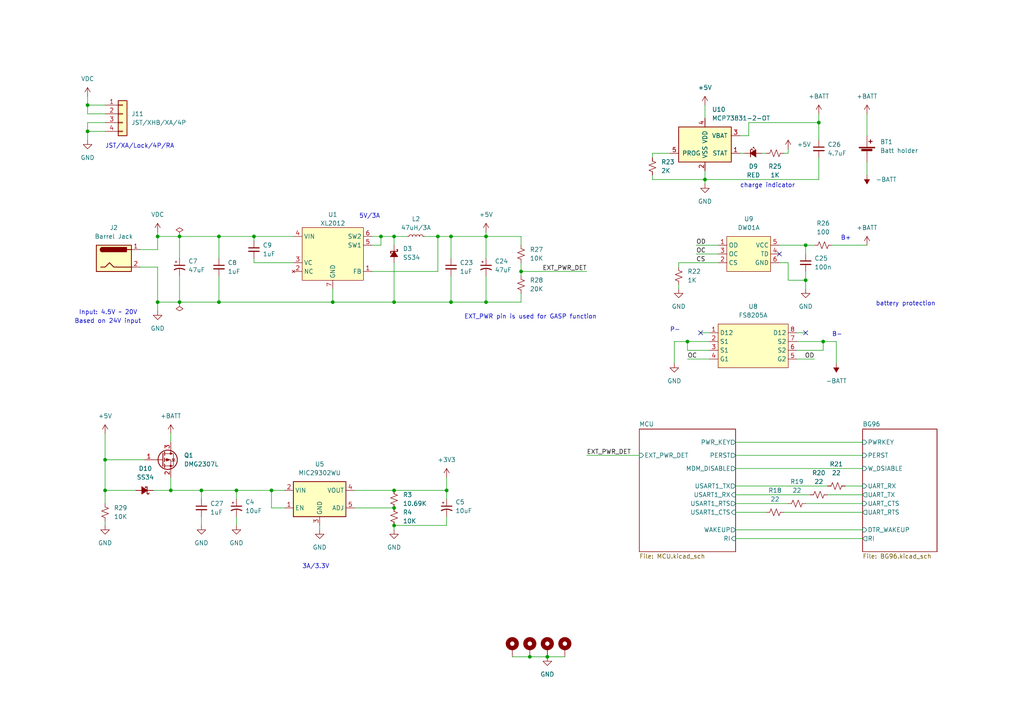
<source format=kicad_sch>
(kicad_sch (version 20211123) (generator eeschema)
  (paper "A4")
  (lib_symbols
    (symbol "Battery_Management:MCP73831-2-OT" (pin_names (offset 1.016))
      (property "Reference" "U" (at -7.62 6.35 0))
      (property "Value" "MCP73831-2-OT" (at 1.27 6.35 0))
      (symbol "MCP73831-2-OT_0_1"
        (rectangle (start -7.62 5.08) (end 7.62 -5.08) (stroke (width 0.254)) (fill (type background)))
      )
      (symbol "MCP73831-2-OT_1_1"
        (pin output line (at 10.16 -2.54 180) (length 2.54) (name "STAT") (number "1"))
        (pin power_in line (at 0 -7.62 90) (length 2.54) (name "VSS") (number "2"))
        (pin power_out line (at 10.16 2.54 180) (length 2.54) (name "VBAT") (number "3"))
        (pin power_in line (at 0 7.62 270) (length 2.54) (name "VDD") (number "4"))
        (pin input line (at -10.16 -2.54 0) (length 2.54) (name "PROG") (number "5"))
      )
    )
    (symbol "Connector:Barrel_Jack" (pin_names (offset 1.016))
      (property "Reference" "J" (at 0 5.334 0))
      (property "Value" "Barrel_Jack" (at 0 -5.08 0))
      (symbol "Barrel_Jack_0_1"
        (rectangle (start -5.08 3.81) (end 5.08 -3.81) (stroke (width 0.254)) (fill (type background)))
        (arc (start -3.302 3.175) (mid -3.937 2.54) (end -3.302 1.905) (stroke (width 0.254)))
        (arc (start -3.302 3.175) (mid -3.937 2.54) (end -3.302 1.905) (stroke (width 0.254)) (fill (type outline)))
        (polyline (pts (xy 5.08 2.54) (xy 3.81 2.54)) (stroke (width 0.254)))
        (polyline (pts (xy -3.81 -2.54) (xy -2.54 -2.54) (xy -1.27 -1.27) (xy 0 -2.54) (xy 2.54 -2.54) (xy 5.08 -2.54)) (stroke (width 0.254)))
        (rectangle (start 3.683 3.175) (end -3.302 1.905) (stroke (width 0.254)) (fill (type outline)))
      )
      (symbol "Barrel_Jack_1_1"
        (pin passive line (at 7.62 2.54 180) (length 2.54) (name "~") (number "1"))
        (pin passive line (at 7.62 -2.54 180) (length 2.54) (name "~") (number "2"))
      )
    )
    (symbol "Connector_Generic:Conn_01x04" (pin_names (offset 1.016) hide)
      (property "Reference" "J" (at 0 5.08 0))
      (property "Value" "Conn_01x04" (at 0 -7.62 0))
      (symbol "Conn_01x04_1_1"
        (rectangle (start -1.27 -4.953) (end 0 -5.207) (stroke (width 0.1524)))
        (rectangle (start -1.27 -2.413) (end 0 -2.667) (stroke (width 0.1524)))
        (rectangle (start -1.27 0.127) (end 0 -0.127) (stroke (width 0.1524)))
        (rectangle (start -1.27 2.667) (end 0 2.413) (stroke (width 0.1524)))
        (rectangle (start -1.27 3.81) (end 1.27 -6.35) (stroke (width 0.254)) (fill (type background)))
        (pin passive line (at -5.08 2.54 0) (length 3.81) (name "Pin_1") (number "1"))
        (pin passive line (at -5.08 0 0) (length 3.81) (name "Pin_2") (number "2"))
        (pin passive line (at -5.08 -2.54 0) (length 3.81) (name "Pin_3") (number "3"))
        (pin passive line (at -5.08 -5.08 0) (length 3.81) (name "Pin_4") (number "4"))
      )
    )
    (symbol "Device:Battery_Cell" (pin_numbers hide) (pin_names (offset 0) hide)
      (property "Reference" "BT" (at 2.54 2.54 0))
      (property "Value" "Battery_Cell" (at 2.54 0 0))
      (symbol "Battery_Cell_0_1"
        (rectangle (start -2.286 1.778) (end 2.286 1.524) (fill (type outline)))
        (rectangle (start -1.5748 1.1938) (end 1.4732 0.6858) (fill (type outline)))
        (polyline (pts (xy 0 0.762) (xy 0 0)))
        (polyline (pts (xy 0 1.778) (xy 0 2.54)))
        (polyline (pts (xy 0.508 3.429) (xy 1.524 3.429)) (stroke (width 0.254)))
        (polyline (pts (xy 1.016 3.937) (xy 1.016 2.921)) (stroke (width 0.254)))
      )
      (symbol "Battery_Cell_1_1"
        (pin passive line (at 0 5.08 270) (length 2.54) (name "+") (number "1"))
        (pin passive line (at 0 -2.54 90) (length 2.54) (name "-") (number "2"))
      )
    )
    (symbol "Device:C_Polarized_Small_US" (pin_numbers hide) (pin_names (offset 0.254) hide)
      (property "Reference" "C" (at 0.254 1.778 0))
      (property "Value" "C_Polarized_Small_US" (at 0.254 -2.032 0))
      (symbol "C_Polarized_Small_US_0_1"
        (polyline (pts (xy -1.524 0.508) (xy 1.524 0.508)) (stroke (width 0.3048)))
        (polyline (pts (xy -1.27 1.524) (xy -0.762 1.524)))
        (polyline (pts (xy -1.016 1.27) (xy -1.016 1.778)))
        (arc (start 1.524 -0.762) (mid 0 -0.3734) (end -1.524 -0.762) (stroke (width 0.3048)))
      )
      (symbol "C_Polarized_Small_US_1_1"
        (pin passive line (at 0 2.54 270) (length 2.032) (name "~") (number "1"))
        (pin passive line (at 0 -2.54 90) (length 2.032) (name "~") (number "2"))
      )
    )
    (symbol "Device:C_Small" (pin_numbers hide) (pin_names (offset 0.254) hide)
      (property "Reference" "C" (at 0.254 1.778 0))
      (property "Value" "C_Small" (at 0.254 -2.032 0))
      (symbol "C_Small_0_1"
        (polyline (pts (xy -1.524 -0.508) (xy 1.524 -0.508)) (stroke (width 0.3302)))
        (polyline (pts (xy -1.524 0.508) (xy 1.524 0.508)) (stroke (width 0.3048)))
      )
      (symbol "C_Small_1_1"
        (pin passive line (at 0 2.54 270) (length 2.032) (name "~") (number "1"))
        (pin passive line (at 0 -2.54 90) (length 2.032) (name "~") (number "2"))
      )
    )
    (symbol "Device:D_Schottky_Small_Filled" (pin_numbers hide) (pin_names (offset 0.254) hide)
      (property "Reference" "D" (at -1.27 2.032 0))
      (property "Value" "D_Schottky_Small_Filled" (at -7.112 -2.032 0))
      (symbol "D_Schottky_Small_Filled_0_1"
        (polyline (pts (xy -0.762 0) (xy 0.762 0)))
        (polyline (pts (xy 0.762 -1.016) (xy -0.762 0) (xy 0.762 1.016) (xy 0.762 -1.016)) (stroke (width 0.254)) (fill (type outline)))
        (polyline (pts (xy -1.27 0.762) (xy -1.27 1.016) (xy -0.762 1.016) (xy -0.762 -1.016) (xy -0.254 -1.016) (xy -0.254 -0.762)) (stroke (width 0.254)))
      )
      (symbol "D_Schottky_Small_Filled_1_1"
        (pin passive line (at -2.54 0 0) (length 1.778) (name "K") (number "1"))
        (pin passive line (at 2.54 0 180) (length 1.778) (name "A") (number "2"))
      )
    )
    (symbol "Device:LED_Small_Filled" (pin_numbers hide) (pin_names (offset 0.254) hide)
      (property "Reference" "D" (at -1.27 3.175 0))
      (property "Value" "LED_Small_Filled" (at -4.445 -2.54 0))
      (symbol "LED_Small_Filled_0_1"
        (polyline (pts (xy -0.762 -1.016) (xy -0.762 1.016)) (stroke (width 0.254)))
        (polyline (pts (xy 1.016 0) (xy -0.762 0)))
        (polyline (pts (xy 0.762 -1.016) (xy -0.762 0) (xy 0.762 1.016) (xy 0.762 -1.016)) (stroke (width 0.254)) (fill (type outline)))
        (polyline (pts (xy 0 0.762) (xy -0.508 1.27) (xy -0.254 1.27) (xy -0.508 1.27) (xy -0.508 1.016)))
        (polyline (pts (xy 0.508 1.27) (xy 0 1.778) (xy 0.254 1.778) (xy 0 1.778) (xy 0 1.524)))
      )
      (symbol "LED_Small_Filled_1_1"
        (pin passive line (at -2.54 0 0) (length 1.778) (name "K") (number "1"))
        (pin passive line (at 2.54 0 180) (length 1.778) (name "A") (number "2"))
      )
    )
    (symbol "Device:L_Small" (pin_numbers hide) (pin_names (offset 0.254) hide)
      (property "Reference" "L" (at 0.762 1.016 0))
      (property "Value" "L_Small" (at 0.762 -1.016 0))
      (symbol "L_Small_0_1"
        (arc (start 0 -2.032) (mid 0.508 -1.524) (end 0 -1.016))
        (arc (start 0 -1.016) (mid 0.508 -0.508) (end 0 0))
        (arc (start 0 0) (mid 0.508 0.508) (end 0 1.016))
        (arc (start 0 1.016) (mid 0.508 1.524) (end 0 2.032))
      )
      (symbol "L_Small_1_1"
        (pin passive line (at 0 2.54 270) (length 0.508) (name "~") (number "1"))
        (pin passive line (at 0 -2.54 90) (length 0.508) (name "~") (number "2"))
      )
    )
    (symbol "Device:R_Small_US" (pin_numbers hide) (pin_names (offset 0.254) hide)
      (property "Reference" "R" (at 0.762 0.508 0))
      (property "Value" "R_Small_US" (at 0.762 -1.016 0))
      (symbol "R_Small_US_1_1"
        (polyline (pts (xy 0 0) (xy 1.016 -0.381) (xy 0 -0.762) (xy -1.016 -1.143) (xy 0 -1.524)))
        (polyline (pts (xy 0 1.524) (xy 1.016 1.143) (xy 0 0.762) (xy -1.016 0.381) (xy 0 0)))
        (pin passive line (at 0 2.54 270) (length 1.016) (name "~") (number "1"))
        (pin passive line (at 0 -2.54 90) (length 1.016) (name "~") (number "2"))
      )
    )
    (symbol "Mechanical:MountingHole_Pad" (pin_numbers hide) (pin_names (offset 1.016) hide)
      (property "Reference" "H" (at 0 6.35 0))
      (property "Value" "MountingHole_Pad" (at 0 4.445 0))
      (symbol "MountingHole_Pad_0_1"
        (circle (center 0 1.27) (radius 1.27) (stroke (width 1.27)))
      )
      (symbol "MountingHole_Pad_1_1"
        (pin input line (at 0 -2.54 90) (length 2.54) (name "1") (number "1"))
      )
    )
    (symbol "Regulator_Linear:MIC29302WU"
      (property "Reference" "U" (at -6.35 6.35 0))
      (property "Value" "MIC29302WU" (at 2.54 6.35 0))
      (symbol "MIC29302WU_1_1"
        (rectangle (start -7.62 5.08) (end 7.62 -5.08) (stroke (width 0.254)) (fill (type background)))
        (pin input line (at -10.16 -2.54 0) (length 2.54) (name "EN") (number "1"))
        (pin power_in line (at -10.16 2.54 0) (length 2.54) (name "VIN") (number "2"))
        (pin power_in line (at 0 -7.62 90) (length 2.54) (name "GND") (number "3"))
        (pin power_out line (at 10.16 2.54 180) (length 2.54) (name "VOUT") (number "4"))
        (pin input line (at 10.16 -2.54 180) (length 2.54) (name "ADJ") (number "5"))
      )
    )
    (symbol "Transistor_FET:DMG2301L" (pin_names hide)
      (property "Reference" "Q" (at 5.08 1.905 0))
      (property "Value" "DMG2301L" (at 5.08 0 0))
      (symbol "DMG2301L_0_1"
        (polyline (pts (xy 0.254 0) (xy -2.54 0)))
        (polyline (pts (xy 0.254 1.905) (xy 0.254 -1.905)) (stroke (width 0.254)))
        (polyline (pts (xy 0.762 -1.27) (xy 0.762 -2.286)) (stroke (width 0.254)))
        (polyline (pts (xy 0.762 0.508) (xy 0.762 -0.508)) (stroke (width 0.254)))
        (polyline (pts (xy 0.762 2.286) (xy 0.762 1.27)) (stroke (width 0.254)))
        (polyline (pts (xy 2.54 2.54) (xy 2.54 1.778)))
        (polyline (pts (xy 2.54 -2.54) (xy 2.54 0) (xy 0.762 0)))
        (polyline (pts (xy 0.762 1.778) (xy 3.302 1.778) (xy 3.302 -1.778) (xy 0.762 -1.778)))
        (polyline (pts (xy 2.286 0) (xy 1.27 0.381) (xy 1.27 -0.381) (xy 2.286 0)) (fill (type outline)))
        (polyline (pts (xy 2.794 -0.508) (xy 2.921 -0.381) (xy 3.683 -0.381) (xy 3.81 -0.254)))
        (polyline (pts (xy 3.302 -0.381) (xy 2.921 0.254) (xy 3.683 0.254) (xy 3.302 -0.381)))
        (circle (center 1.651 0) (radius 2.794) (stroke (width 0.254)))
        (circle (center 2.54 -1.778) (radius 0.254) (fill (type outline)))
        (circle (center 2.54 1.778) (radius 0.254) (fill (type outline)))
      )
      (symbol "DMG2301L_1_1"
        (pin input line (at -5.08 0 0) (length 2.54) (name "G") (number "1"))
        (pin passive line (at 2.54 -5.08 90) (length 2.54) (name "S") (number "2"))
        (pin passive line (at 2.54 5.08 270) (length 2.54) (name "D") (number "3"))
      )
    )
    (symbol "power:+3.3V" (power) (pin_names (offset 0))
      (property "Value" "+3.3V" (at 0 3.556 0))
      (symbol "+3.3V_0_1"
        (polyline (pts (xy -0.762 1.27) (xy 0 2.54)))
        (polyline (pts (xy 0 0) (xy 0 2.54)))
        (polyline (pts (xy 0 2.54) (xy 0.762 1.27)))
      )
      (symbol "+3.3V_1_1"
        (pin power_in line (at 0 0 90) (length 0) hide (name "+3V3") (number "1"))
      )
    )
    (symbol "power:+5V" (power) (pin_names (offset 0))
      (property "Value" "+5V" (at 0 3.556 0))
      (symbol "+5V_0_1"
        (polyline (pts (xy -0.762 1.27) (xy 0 2.54)))
        (polyline (pts (xy 0 0) (xy 0 2.54)))
        (polyline (pts (xy 0 2.54) (xy 0.762 1.27)))
      )
      (symbol "+5V_1_1"
        (pin power_in line (at 0 0 90) (length 0) hide (name "+5V") (number "1"))
      )
    )
    (symbol "power:+BATT" (power) (pin_names (offset 0))
      (property "Value" "+BATT" (at 0 3.556 0))
      (symbol "+BATT_0_1"
        (polyline (pts (xy -0.762 1.27) (xy 0 2.54)))
        (polyline (pts (xy 0 0) (xy 0 2.54)))
        (polyline (pts (xy 0 2.54) (xy 0.762 1.27)))
      )
      (symbol "+BATT_1_1"
        (pin power_in line (at 0 0 90) (length 0) hide (name "+BATT") (number "1"))
      )
    )
    (symbol "power:-BATT" (power) (pin_names (offset 0))
      (property "Value" "-BATT" (at 0 3.556 0))
      (symbol "-BATT_0_1"
        (polyline (pts (xy 0 0) (xy 0 2.54)))
        (polyline (pts (xy 0.762 1.27) (xy -0.762 1.27) (xy 0 2.54) (xy 0.762 1.27)) (fill (type outline)))
      )
      (symbol "-BATT_1_1"
        (pin power_in line (at 0 0 90) (length 0) hide (name "-BATT") (number "1"))
      )
    )
    (symbol "power:GND" (power) (pin_names (offset 0))
      (property "Value" "GND" (at 0 -3.81 0))
      (symbol "GND_0_1"
        (polyline (pts (xy 0 0) (xy 0 -1.27) (xy 1.27 -1.27) (xy 0 -2.54) (xy -1.27 -1.27) (xy 0 -1.27)))
      )
      (symbol "GND_1_1"
        (pin power_in line (at 0 0 270) (length 0) hide (name "GND") (number "1"))
      )
    )
    (symbol "power:PWR_FLAG" (power) (pin_numbers hide) (pin_names (offset 0) hide)
      (property "Value" "PWR_FLAG" (at 0 3.81 0))
      (symbol "PWR_FLAG_0_0"
        (pin power_out line (at 0 0 90) (length 0) (name "pwr") (number "1"))
      )
      (symbol "PWR_FLAG_0_1"
        (polyline (pts (xy 0 0) (xy 0 1.27) (xy -1.016 1.905) (xy 0 2.54) (xy 1.016 1.905) (xy 0 1.27)))
      )
    )
    (symbol "power:VDC" (power) (pin_names (offset 0))
      (property "Value" "VDC" (at 0 6.35 0))
      (symbol "VDC_0_1"
        (polyline (pts (xy -0.762 1.27) (xy 0 2.54)))
        (polyline (pts (xy 0 0) (xy 0 2.54)))
        (polyline (pts (xy 0 2.54) (xy 0.762 1.27)))
      )
      (symbol "VDC_1_1"
        (pin power_in line (at 0 0 90) (length 0) hide (name "VDC") (number "1"))
      )
    )
    (symbol "project-lib:DW01A"
      (property "Reference" "U11" (at 0 10.16 0))
      (property "Value" "DW01A" (at 0 7.62 0))
      (symbol "DW01A_0_1"
        (rectangle (start -6.35 5.08) (end 6.35 -5.08) (fill (type background)))
      )
      (symbol "DW01A_1_1"
        (pin output line (at -8.89 2.54 0) (length 2.54) (name "OD") (number "1"))
        (pin input line (at -8.89 -2.54 0) (length 2.54) (name "CS") (number "2"))
        (pin output line (at -8.89 0 0) (length 2.54) (name "OC") (number "3"))
        (pin input line (at 8.89 0 180) (length 2.54) (name "TD") (number "4"))
        (pin power_in line (at 8.89 2.54 180) (length 2.54) (name "VCC") (number "5"))
        (pin power_in line (at 8.89 -2.54 180) (length 2.54) (name "GND") (number "6"))
      )
    )
    (symbol "project-lib:FS8205A"
      (property "Reference" "U8" (at 0 10.16 0))
      (property "Value" "FS8205A" (at 0 7.62 0))
      (symbol "FS8205A_0_1"
        (rectangle (start -10.16 5.08) (end 10.16 -7.62) (fill (type background)))
      )
      (symbol "FS8205A_1_1"
        (pin passive line (at -12.7 2.54 0) (length 2.54) (name "D12") (number "1"))
        (pin passive line (at -12.7 0 0) (length 2.54) (name "S1") (number "2"))
        (pin passive line (at -12.7 -2.54 0) (length 2.54) (name "S1") (number "3"))
        (pin passive line (at -12.7 -5.08 0) (length 2.54) (name "G1") (number "4"))
        (pin passive line (at 12.7 -5.08 180) (length 2.54) (name "G2") (number "5"))
        (pin passive line (at 12.7 -2.54 180) (length 2.54) (name "S2") (number "6"))
        (pin passive line (at 12.7 0 180) (length 2.54) (name "S2") (number "7"))
        (pin passive line (at 12.7 2.54 180) (length 2.54) (name "D12") (number "8"))
      )
    )
    (symbol "project-lib:XL2012"
      (property "Reference" "U" (at 1.27 35.56 0))
      (property "Value" "XL2012" (at 1.27 35.56 0))
      (symbol "XL2012_0_1"
        (rectangle (start -8.89 7.62) (end 8.89 -7.62) (fill (type background)))
      )
      (symbol "XL2012_1_1"
        (pin input line (at 11.43 -5.08 180) (length 2.54) (name "FB") (number "1"))
        (pin no_connect line (at -11.43 -5.08 0) (length 2.54) (name "NC") (number "2"))
        (pin input line (at -11.43 -2.54 0) (length 2.54) (name "VC") (number "3"))
        (pin power_in line (at -11.43 5.08 0) (length 2.54) (name "VIN") (number "4"))
        (pin output line (at 11.43 2.54 180) (length 2.54) (name "SW1") (number "5"))
        (pin output line (at 11.43 5.08 180) (length 2.54) (name "SW2") (number "6"))
        (pin power_in line (at 0 -10.16 90) (length 2.54) (name "GND") (number "7"))
        (pin power_in line (at 0 -10.16 90) (length 2.54) hide (name "GND") (number "8"))
      )
    )
  )
  (junction (at 237.49 35.56))
  (junction (at 58.42 142.24))
  (junction (at 52.07 68.58))
  (junction (at 130.81 87.63))
  (junction (at 238.76 99.06))
  (junction (at 204.47 52.07))
  (junction (at 233.68 81.28))
  (junction (at 114.3 142.24))
  (junction (at 73.66 68.58))
  (junction (at 45.72 87.63))
  (junction (at 129.54 142.24))
  (junction (at 140.97 68.58))
  (junction (at 140.97 87.63))
  (junction (at 30.48 133.35))
  (junction (at 110.49 68.58))
  (junction (at 68.58 142.24))
  (junction (at 114.3 152.4))
  (junction (at 25.4 38.1))
  (junction (at 45.72 68.58))
  (junction (at 114.3 147.32))
  (junction (at 114.3 68.58))
  (junction (at 153.67 190.5))
  (junction (at 233.68 71.12))
  (junction (at 151.13 78.74))
  (junction (at 78.74 142.24))
  (junction (at 158.75 190.5))
  (junction (at 127 68.58))
  (junction (at 63.5 87.63))
  (junction (at 96.52 87.63))
  (junction (at 63.5 68.58))
  (junction (at 199.39 99.06))
  (junction (at 49.53 142.24))
  (junction (at 25.4 30.48))
  (junction (at 52.07 87.63))
  (junction (at 130.81 68.58))
  (junction (at 30.48 142.24))
  (junction (at 114.3 87.63))
  (no_connect (at 233.68 96.52))
  (no_connect (at 226.06 73.66))
  (no_connect (at 203.2 96.52))
  (wire (pts (xy 45.72 68.58) (xy 45.72 72.39)))
  (wire (pts (xy 233.68 83.82) (xy 233.68 81.28)))
  (wire (pts (xy 214.63 44.45) (xy 215.9 44.45)))
  (wire (pts (xy 213.36 135.89) (xy 250.19 135.89)))
  (wire (pts (xy 231.14 96.52) (xy 233.68 96.52)))
  (wire (pts (xy 213.36 128.27) (xy 250.19 128.27)))
  (wire (pts (xy 30.48 33.02) (xy 25.4 33.02)))
  (wire (pts (xy 241.3 71.12) (xy 251.46 71.12)))
  (wire (pts (xy 204.47 52.07) (xy 204.47 53.34)))
  (wire (pts (xy 25.4 38.1) (xy 30.48 38.1)))
  (wire (pts (xy 228.6 76.2) (xy 228.6 81.28)))
  (wire (pts (xy 196.85 76.2) (xy 208.28 76.2)))
  (wire (pts (xy 228.6 81.28) (xy 233.68 81.28)))
  (wire (pts (xy 110.49 68.58) (xy 114.3 68.58)))
  (wire (pts (xy 204.47 52.07) (xy 204.47 49.53)))
  (wire (pts (xy 195.58 99.06) (xy 199.39 99.06)))
  (wire (pts (xy 30.48 133.35) (xy 41.91 133.35)))
  (wire (pts (xy 78.74 147.32) (xy 78.74 142.24)))
  (wire (pts (xy 78.74 142.24) (xy 82.55 142.24)))
  (wire (pts (xy 107.95 71.12) (xy 110.49 71.12)))
  (wire (pts (xy 213.36 153.67) (xy 250.19 153.67)))
  (wire (pts (xy 151.13 78.74) (xy 151.13 80.01)))
  (wire (pts (xy 49.53 125.73) (xy 49.53 128.27)))
  (wire (pts (xy 214.63 39.37) (xy 217.17 39.37)))
  (wire (pts (xy 45.72 67.31) (xy 45.72 68.58)))
  (wire (pts (xy 237.49 45.72) (xy 237.49 52.07)))
  (wire (pts (xy 245.11 140.97) (xy 250.19 140.97)))
  (wire (pts (xy 123.19 68.58) (xy 127 68.58)))
  (wire (pts (xy 213.36 146.05) (xy 228.6 146.05)))
  (wire (pts (xy 140.97 68.58) (xy 151.13 68.58)))
  (wire (pts (xy 220.98 44.45) (xy 222.25 44.45)))
  (wire (pts (xy 189.23 52.07) (xy 204.47 52.07)))
  (wire (pts (xy 30.48 133.35) (xy 30.48 142.24)))
  (wire (pts (xy 25.4 30.48) (xy 25.4 33.02)))
  (wire (pts (xy 96.52 87.63) (xy 114.3 87.63)))
  (wire (pts (xy 63.5 68.58) (xy 63.5 74.93)))
  (wire (pts (xy 73.66 74.93) (xy 73.66 76.2)))
  (wire (pts (xy 52.07 68.58) (xy 52.07 74.93)))
  (wire (pts (xy 102.87 147.32) (xy 114.3 147.32)))
  (wire (pts (xy 92.71 152.4) (xy 92.71 153.67)))
  (wire (pts (xy 204.47 30.48) (xy 204.47 34.29)))
  (wire (pts (xy 58.42 142.24) (xy 58.42 144.78)))
  (wire (pts (xy 217.17 35.56) (xy 237.49 35.56)))
  (wire (pts (xy 129.54 138.43) (xy 129.54 142.24)))
  (wire (pts (xy 151.13 76.2) (xy 151.13 78.74)))
  (wire (pts (xy 45.72 90.17) (xy 45.72 87.63)))
  (wire (pts (xy 194.31 44.45) (xy 189.23 44.45)))
  (wire (pts (xy 237.49 35.56) (xy 237.49 40.64)))
  (wire (pts (xy 52.07 87.63) (xy 52.07 80.01)))
  (wire (pts (xy 107.95 68.58) (xy 110.49 68.58)))
  (wire (pts (xy 226.06 71.12) (xy 233.68 71.12)))
  (wire (pts (xy 58.42 149.86) (xy 58.42 152.4)))
  (wire (pts (xy 127 78.74) (xy 127 68.58)))
  (wire (pts (xy 114.3 76.2) (xy 114.3 87.63)))
  (wire (pts (xy 58.42 142.24) (xy 68.58 142.24)))
  (wire (pts (xy 199.39 101.6) (xy 199.39 99.06)))
  (wire (pts (xy 189.23 50.8) (xy 189.23 52.07)))
  (wire (pts (xy 82.55 147.32) (xy 78.74 147.32)))
  (wire (pts (xy 127 68.58) (xy 130.81 68.58)))
  (wire (pts (xy 114.3 152.4) (xy 114.3 153.67)))
  (wire (pts (xy 242.57 105.41) (xy 242.57 99.06)))
  (wire (pts (xy 227.33 148.59) (xy 250.19 148.59)))
  (wire (pts (xy 238.76 99.06) (xy 242.57 99.06)))
  (wire (pts (xy 102.87 142.24) (xy 114.3 142.24)))
  (wire (pts (xy 52.07 87.63) (xy 63.5 87.63)))
  (wire (pts (xy 231.14 99.06) (xy 238.76 99.06)))
  (wire (pts (xy 30.48 142.24) (xy 39.37 142.24)))
  (wire (pts (xy 140.97 87.63) (xy 151.13 87.63)))
  (wire (pts (xy 114.3 87.63) (xy 130.81 87.63)))
  (wire (pts (xy 63.5 80.01) (xy 63.5 87.63)))
  (wire (pts (xy 130.81 80.01) (xy 130.81 87.63)))
  (wire (pts (xy 240.03 143.51) (xy 250.19 143.51)))
  (wire (pts (xy 130.81 68.58) (xy 140.97 68.58)))
  (wire (pts (xy 25.4 35.56) (xy 25.4 38.1)))
  (wire (pts (xy 226.06 76.2) (xy 228.6 76.2)))
  (wire (pts (xy 49.53 142.24) (xy 58.42 142.24)))
  (wire (pts (xy 213.36 132.08) (xy 250.19 132.08)))
  (wire (pts (xy 68.58 149.86) (xy 68.58 152.4)))
  (wire (pts (xy 30.48 125.73) (xy 30.48 133.35)))
  (wire (pts (xy 30.48 151.13) (xy 30.48 152.4)))
  (wire (pts (xy 30.48 142.24) (xy 30.48 146.05)))
  (wire (pts (xy 114.3 68.58) (xy 114.3 71.12)))
  (wire (pts (xy 63.5 87.63) (xy 96.52 87.63)))
  (wire (pts (xy 189.23 44.45) (xy 189.23 45.72)))
  (wire (pts (xy 129.54 152.4) (xy 114.3 152.4)))
  (wire (pts (xy 196.85 76.2) (xy 196.85 77.47)))
  (wire (pts (xy 110.49 71.12) (xy 110.49 68.58)))
  (wire (pts (xy 231.14 104.14) (xy 236.22 104.14)))
  (wire (pts (xy 151.13 68.58) (xy 151.13 71.12)))
  (wire (pts (xy 73.66 76.2) (xy 85.09 76.2)))
  (wire (pts (xy 25.4 35.56) (xy 30.48 35.56)))
  (wire (pts (xy 148.59 190.5) (xy 153.67 190.5)))
  (wire (pts (xy 231.14 101.6) (xy 238.76 101.6)))
  (wire (pts (xy 114.3 68.58) (xy 118.11 68.58)))
  (wire (pts (xy 52.07 68.58) (xy 63.5 68.58)))
  (wire (pts (xy 68.58 142.24) (xy 68.58 144.78)))
  (wire (pts (xy 237.49 33.02) (xy 237.49 35.56)))
  (wire (pts (xy 233.68 71.12) (xy 236.22 71.12)))
  (wire (pts (xy 25.4 27.94) (xy 25.4 30.48)))
  (wire (pts (xy 213.36 148.59) (xy 222.25 148.59)))
  (wire (pts (xy 107.95 78.74) (xy 127 78.74)))
  (wire (pts (xy 45.72 77.47) (xy 45.72 87.63)))
  (wire (pts (xy 208.28 71.12) (xy 201.93 71.12)))
  (wire (pts (xy 233.68 73.66) (xy 233.68 71.12)))
  (wire (pts (xy 40.64 72.39) (xy 45.72 72.39)))
  (wire (pts (xy 199.39 104.14) (xy 205.74 104.14)))
  (wire (pts (xy 213.36 143.51) (xy 234.95 143.51)))
  (wire (pts (xy 151.13 78.74) (xy 170.18 78.74)))
  (wire (pts (xy 68.58 142.24) (xy 78.74 142.24)))
  (wire (pts (xy 237.49 52.07) (xy 204.47 52.07)))
  (wire (pts (xy 158.75 190.5) (xy 163.83 190.5)))
  (wire (pts (xy 151.13 85.09) (xy 151.13 87.63)))
  (wire (pts (xy 25.4 30.48) (xy 30.48 30.48)))
  (wire (pts (xy 129.54 149.86) (xy 129.54 152.4)))
  (wire (pts (xy 238.76 99.06) (xy 238.76 101.6)))
  (wire (pts (xy 233.68 81.28) (xy 233.68 78.74)))
  (wire (pts (xy 25.4 38.1) (xy 25.4 40.64)))
  (wire (pts (xy 45.72 87.63) (xy 52.07 87.63)))
  (wire (pts (xy 140.97 68.58) (xy 140.97 74.93)))
  (wire (pts (xy 140.97 67.31) (xy 140.97 68.58)))
  (wire (pts (xy 195.58 105.41) (xy 195.58 99.06)))
  (wire (pts (xy 45.72 68.58) (xy 52.07 68.58)))
  (wire (pts (xy 217.17 39.37) (xy 217.17 35.56)))
  (wire (pts (xy 228.6 44.45) (xy 227.33 44.45)))
  (wire (pts (xy 199.39 99.06) (xy 205.74 99.06)))
  (wire (pts (xy 201.93 73.66) (xy 208.28 73.66)))
  (wire (pts (xy 40.64 77.47) (xy 45.72 77.47)))
  (wire (pts (xy 114.3 142.24) (xy 129.54 142.24)))
  (wire (pts (xy 96.52 87.63) (xy 96.52 83.82)))
  (wire (pts (xy 196.85 83.82) (xy 196.85 82.55)))
  (wire (pts (xy 251.46 46.99) (xy 251.46 50.8)))
  (wire (pts (xy 251.46 33.02) (xy 251.46 39.37)))
  (wire (pts (xy 130.81 87.63) (xy 140.97 87.63)))
  (wire (pts (xy 129.54 142.24) (xy 129.54 144.78)))
  (wire (pts (xy 49.53 142.24) (xy 49.53 138.43)))
  (wire (pts (xy 203.2 96.52) (xy 205.74 96.52)))
  (wire (pts (xy 153.67 190.5) (xy 158.75 190.5)))
  (wire (pts (xy 205.74 101.6) (xy 199.39 101.6)))
  (wire (pts (xy 213.36 156.21) (xy 250.19 156.21)))
  (wire (pts (xy 130.81 68.58) (xy 130.81 74.93)))
  (wire (pts (xy 140.97 80.01) (xy 140.97 87.63)))
  (wire (pts (xy 170.18 132.08) (xy 185.42 132.08)))
  (wire (pts (xy 233.68 146.05) (xy 250.19 146.05)))
  (wire (pts (xy 63.5 68.58) (xy 73.66 68.58)))
  (wire (pts (xy 44.45 142.24) (xy 49.53 142.24)))
  (wire (pts (xy 73.66 68.58) (xy 85.09 68.58)))
  (wire (pts (xy 213.36 140.97) (xy 240.03 140.97)))
  (wire (pts (xy 73.66 68.58) (xy 73.66 69.85)))
  (wire (pts (xy 228.6 43.18) (xy 228.6 44.45)))
  (text "JST/XA/Lock/4P/RA" (at 30.48 43.18 0) (effects (font (size 1.27 1.27)) (justify left bottom)))
  (text "3A/3.3V" (at 87.63 165.1 0) (effects (font (size 1.27 1.27)) (justify left bottom)))
  (text "B-" (at 241.3 97.79 0) (effects (font (size 1.27 1.27)) (justify left bottom)))
  (text "B+" (at 243.84 69.85 0) (effects (font (size 1.27 1.27)) (justify left bottom)))
  (text "Input: 4.5V ~ 20V\n" (at 22.86 91.44 0) (effects (font (size 1.27 1.27)) (justify left bottom)))
  (text "EXT_PWR pin is used for GASP function" (at 134.62 92.71 0) (effects (font (size 1.27 1.27)) (justify left bottom)))
  (text "5V/3A" (at 104.14 63.5 0) (effects (font (size 1.27 1.27)) (justify left bottom)))
  (text "charge indicator\n" (at 214.63 54.61 0) (effects (font (size 1.27 1.27)) (justify left bottom)))
  (text "Based on 24V input" (at 21.59 93.98 0) (effects (font (size 1.27 1.27)) (justify left bottom)))
  (text "battery protection\n" (at 254 88.9 0) (effects (font (size 1.27 1.27)) (justify left bottom)))
  (text "P-" (at 194.2973 96.4604 0) (effects (font (size 1.27 1.27)) (justify left bottom)))
  (label "EXT_PWR_DET" (at 170.18 132.08 0))
  (label "CS" (at 201.93 76.2 0))
  (label "OD" (at 236.22 104.14 180))
  (label "OC" (at 199.39 104.14 0))
  (label "OC" (at 201.93 73.66 0))
  (label "OD" (at 201.93 71.12 0))
  (label "EXT_PWR_DET" (at 170.18 78.74 180))
  (symbol (lib_id "power:+BATT") (at 237.49 33.02 0) (unit 1)
    (property "Reference" "#PWR0106" (effects hide))
    (property "Value" "+BATT" (at 237.49 27.94 0))
  )
  (symbol (lib_id "power:GND") (at 58.42 152.4 0) (unit 1)
    (property "Reference" "#PWR0160" (effects hide))
    (property "Value" "GND" (at 58.42 157.48 0))
  )
  (symbol (lib_id "Connector_Generic:Conn_01x04") (at 35.56 33.02 0) (unit 1)
    (property "Reference" "J11" (at 38.1 33.0199 0) (effects (justify left)))
    (property "Value" "JST/XHB/XA/4P" (at 38.1 35.5599 0) (effects (justify left)))
    (property "Footprint" "Connector_JST:JST_XA_B04B-XASK-1_1x04_P2.50mm_Vertical" (effects hide))
    (property "LCSC" "C95476" (effects hide))
  )
  (symbol (lib_id "power:GND") (at 196.85 83.82 0) (unit 1)
    (property "Reference" "#PWR0156" (effects hide))
    (property "Value" "GND" (at 196.85 88.9 0))
  )
  (symbol (lib_id "project-lib:XL2012") (at 96.52 73.66 0) (unit 1)
    (property "Reference" "U1" (at 96.52 62.23 0))
    (property "Value" "XL2012" (at 96.52 64.77 0))
    (property "Footprint" "Package_SO:SOP-8_3.9x4.9mm_P1.27mm" (effects hide))
    (property "LCSC" "C73338" (effects hide))
  )
  (symbol (lib_id "Device:C_Small") (at 233.68 76.2 0) (unit 1)
    (property "Reference" "C25" (at 236.22 74.9362 0) (effects (justify left)))
    (property "Value" "100n" (at 236.22 77.4762 0) (effects (justify left)))
    (property "Footprint" "Capacitor_SMD:C_0603_1608Metric" (effects hide))
    (property "LCSC" "C307331" (effects hide))
  )
  (symbol (lib_id "Device:R_Small_US") (at 224.79 148.59 90) (unit 1)
    (property "Reference" "R18" (at 224.79 142.24 90))
    (property "Value" "22" (at 224.79 144.78 90))
    (property "Footprint" "Resistor_SMD:R_0603_1608Metric" (effects hide))
    (property "LCSC" "C23345" (effects hide))
  )
  (symbol (lib_id "Transistor_FET:DMG2301L") (at 46.99 133.35 0) (unit 1)
    (property "Reference" "Q1" (at 53.34 132.0799 0) (effects (justify left)))
    (property "Value" "DMG2307L" (at 53.34 134.6199 0) (effects (justify left)))
    (property "Footprint" "Package_TO_SOT_SMD:SOT-23" (effects hide))
    (property "Datasheet" "https://www.diodes.com/assets/Datasheets/DMG2301L.pdf" (effects hide))
  )
  (symbol (lib_id "power:GND") (at 204.47 53.34 0) (unit 1)
    (property "Reference" "#PWR0115" (effects hide))
    (property "Value" "GND" (at 204.47 58.42 0))
  )
  (symbol (lib_id "project-lib:FS8205A") (at 218.44 99.06 0) (unit 1)
    (property "Reference" "U8" (at 218.44 88.9 0))
    (property "Value" "FS8205A" (at 218.44 91.44 0))
    (property "Footprint" "Package_SO:TSSOP-8_4.4x3mm_P0.65mm" (effects hide))
    (property "LCSC" "C16052" (effects hide))
  )
  (symbol (lib_id "Device:R_Small_US") (at 114.3 149.86 0) (unit 1)
    (property "Reference" "R4" (at 116.84 148.5899 0) (effects (justify left)))
    (property "Value" "10K" (at 116.84 151.1299 0) (effects (justify left)))
    (property "Footprint" "Resistor_SMD:R_0603_1608Metric" (effects hide))
    (property "LCSC" "C25804" (effects hide))
  )
  (symbol (lib_id "power:PWR_FLAG") (at 52.07 87.63 180) (unit 1)
    (property "Reference" "#FLG0102" (effects hide))
    (property "Value" "PWR_FLAG" (effects hide))
  )
  (symbol (lib_id "Device:C_Small") (at 58.42 147.32 0) (unit 1)
    (property "Reference" "C27" (at 60.96 146.0562 0) (effects (justify left)))
    (property "Value" "1uF" (at 60.96 148.5962 0) (effects (justify left)))
    (property "Footprint" "Capacitor_SMD:C_1206_3216Metric" (effects hide))
    (property "LCSC" "C1848" (effects hide))
  )
  (symbol (lib_id "Device:C_Polarized_Small_US") (at 68.58 147.32 0) (unit 1)
    (property "Reference" "C4" (at 71.12 145.6181 0) (effects (justify left)))
    (property "Value" "10uF" (at 71.12 148.1581 0) (effects (justify left)))
    (property "Footprint" "Capacitor_Tantalum_SMD_AKL:CP_EIA-3216-18_Kemet-A" (effects hide))
    (property "LCSC" "C7171" (effects hide))
  )
  (symbol (lib_id "power:+BATT") (at 251.46 71.12 0) (unit 1)
    (property "Reference" "#PWR0154" (effects hide))
    (property "Value" "+BATT" (at 251.46 66.04 0))
  )
  (symbol (lib_id "Mechanical:MountingHole_Pad") (at 163.83 187.96 0) (unit 1)
    (property "Reference" "H4" (effects hide))
    (property "Value" "MountingHole_Pad" (effects hide))
    (property "Footprint" "MountingHole:MountingHole_3.2mm_M3_Pad_Via" (effects hide))
  )
  (symbol (lib_id "Device:C_Small") (at 130.81 77.47 0) (unit 1)
    (property "Reference" "C23" (at 133.35 76.2062 0) (effects (justify left)))
    (property "Value" "1uF" (at 133.35 78.7462 0) (effects (justify left)))
    (property "Footprint" "Capacitor_SMD:C_1206_3216Metric" (effects hide))
    (property "LCSC" "C1848" (effects hide))
  )
  (symbol (lib_id "Device:D_Schottky_Small_Filled") (at 41.91 142.24 180) (unit 1)
    (property "Reference" "D10" (at 42.164 135.89 0))
    (property "Value" "SS34" (at 42.164 138.43 0))
    (property "Footprint" "Diode_SMD:D_SMA" (effects hide))
    (property "LCSC" "C8678" (effects hide))
  )
  (symbol (lib_id "Device:R_Small_US") (at 242.57 140.97 90) (unit 1)
    (property "Reference" "R21" (at 242.57 134.62 90))
    (property "Value" "22" (at 242.57 137.16 90))
    (property "Footprint" "Resistor_SMD:R_0603_1608Metric" (effects hide))
    (property "LCSC" "C23345" (effects hide))
  )
  (symbol (lib_id "power:PWR_FLAG") (at 52.07 68.58 0) (unit 1)
    (property "Reference" "#FLG0101" (effects hide))
    (property "Value" "PWR_FLAG" (effects hide))
  )
  (symbol (lib_id "power:+5V") (at 30.48 125.73 0) (unit 1)
    (property "Reference" "#PWR0159" (effects hide))
    (property "Value" "+5V" (at 30.48 120.65 0))
  )
  (symbol (lib_id "Mechanical:MountingHole_Pad") (at 153.67 187.96 0) (unit 1)
    (property "Reference" "H2" (effects hide))
    (property "Value" "MountingHole_Pad" (effects hide))
    (property "Footprint" "MountingHole:MountingHole_3.2mm_M3_Pad_Via" (effects hide))
  )
  (symbol (lib_id "Device:R_Small_US") (at 224.79 44.45 90) (unit 1)
    (property "Reference" "R25" (at 224.79 48.26 90))
    (property "Value" "1K" (at 224.79 50.8 90))
    (property "Footprint" "Resistor_SMD:R_0603_1608Metric" (effects hide))
  )
  (symbol (lib_id "Device:R_Small_US") (at 151.13 82.55 0) (unit 1)
    (property "Reference" "R28" (at 153.67 81.2799 0) (effects (justify left)))
    (property "Value" "20K" (at 153.67 83.8199 0) (effects (justify left)))
    (property "Footprint" "Resistor_SMD:R_0603_1608Metric" (effects hide))
  )
  (symbol (lib_id "Device:C_Small") (at 237.49 43.18 0) (unit 1)
    (property "Reference" "C26" (at 240.03 41.9162 0) (effects (justify left)))
    (property "Value" "4.7uF" (at 240.03 44.4562 0) (effects (justify left)))
    (property "Footprint" "Capacitor_SMD:C_0805_2012Metric" (effects hide))
    (property "LCSC" "C1848" (effects hide))
  )
  (symbol (lib_id "power:GND") (at 114.3 153.67 0) (unit 1)
    (property "Reference" "#PWR0125" (effects hide))
    (property "Value" "GND" (at 114.3 158.75 0))
  )
  (symbol (lib_id "Mechanical:MountingHole_Pad") (at 158.75 187.96 0) (unit 1)
    (property "Reference" "H3" (effects hide))
    (property "Value" "MountingHole_Pad" (effects hide))
    (property "Footprint" "MountingHole:MountingHole_3.2mm_M3_Pad_Via" (effects hide))
  )
  (symbol (lib_id "power:GND") (at 45.72 90.17 0) (unit 1)
    (property "Reference" "#PWR0105" (effects hide))
    (property "Value" "GND" (at 45.72 95.25 0))
  )
  (symbol (lib_id "power:-BATT") (at 242.57 105.41 180) (unit 1)
    (property "Reference" "#PWR0158" (effects hide))
    (property "Value" "-BATT" (at 242.57 110.49 0))
  )
  (symbol (lib_id "power:+5V") (at 204.47 30.48 0) (unit 1)
    (property "Reference" "#PWR0122" (effects hide))
    (property "Value" "+5V" (at 204.47 25.4 0))
  )
  (symbol (lib_id "power:-BATT") (at 251.46 50.8 180) (unit 1)
    (property "Reference" "#PWR0155" (effects hide))
    (property "Value" "-BATT" (at 254 52.0699 0) (effects (justify right)))
  )
  (symbol (lib_id "Device:C_Small") (at 73.66 72.39 0) (unit 1)
    (property "Reference" "C9" (at 76.2 71.1262 0) (effects (justify left)))
    (property "Value" "1uF" (at 76.2 73.6662 0) (effects (justify left)))
    (property "Footprint" "Capacitor_SMD:C_1206_3216Metric" (effects hide))
    (property "LCSC" "C1848" (effects hide))
  )
  (symbol (lib_id "project-lib:DW01A") (at 217.17 73.66 0) (unit 1)
    (property "Reference" "U9" (at 217.17 63.5 0))
    (property "Value" "DW01A" (at 217.17 66.04 0))
    (property "Footprint" "Package_TO_SOT_SMD:SOT-23-6" (effects hide))
    (property "LCSC" "C14213" (effects hide))
  )
  (symbol (lib_id "Device:R_Small_US") (at 196.85 80.01 0) (unit 1)
    (property "Reference" "R22" (at 199.39 78.7399 0) (effects (justify left)))
    (property "Value" "1K" (at 199.39 81.2799 0) (effects (justify left)))
    (property "Footprint" "Resistor_SMD:R_0402_1005Metric" (effects hide))
    (property "LCSC" "C11702" (effects hide))
  )
  (symbol (lib_id "Connector:Barrel_Jack") (at 33.02 74.93 0) (unit 1)
    (property "Reference" "J2" (at 33.02 66.04 0))
    (property "Value" "Barrel Jack" (at 33.02 68.58 0))
    (property "Footprint" "Connector_BarrelJack:BarrelJack_Horizontal" (effects hide))
    (property "LCSC" "C136744" (effects hide))
  )
  (symbol (lib_id "power:+5V") (at 228.6 43.18 0) (unit 1)
    (property "Reference" "#PWR0123" (effects hide))
    (property "Value" "+5V" (at 231.14 41.9099 0) (effects (justify left)))
  )
  (symbol (lib_id "Device:Battery_Cell") (at 251.46 44.45 0) (unit 1)
    (property "Reference" "BT1" (at 255.27 41.1479 0) (effects (justify left)))
    (property "Value" "Batt holder" (at 255.27 43.6879 0) (effects (justify left)))
    (property "Footprint" "kicad-lib:BAT_1043" (effects hide))
  )
  (symbol (lib_id "power:GND") (at 158.75 190.5 0) (unit 1)
    (property "Reference" "#PWR0107" (effects hide))
    (property "Value" "GND" (at 158.75 195.58 0))
  )
  (symbol (lib_id "Device:R_Small_US") (at 189.23 48.26 0) (unit 1)
    (property "Reference" "R23" (at 191.77 46.9899 0) (effects (justify left)))
    (property "Value" "2K" (at 191.77 49.5299 0) (effects (justify left)))
    (property "Footprint" "Resistor_SMD:R_0603_1608Metric" (effects hide))
  )
  (symbol (lib_id "Device:R_Small_US") (at 237.49 143.51 90) (unit 1)
    (property "Reference" "R20" (at 237.49 137.16 90))
    (property "Value" "22" (at 237.49 139.7 90))
    (property "Footprint" "Resistor_SMD:R_0603_1608Metric" (effects hide))
    (property "LCSC" "C23345" (effects hide))
  )
  (symbol (lib_id "power:GND") (at 30.48 152.4 0) (unit 1)
    (property "Reference" "#PWR0116" (effects hide))
    (property "Value" "GND" (at 30.48 157.48 0))
  )
  (symbol (lib_id "Device:L_Small") (at 120.65 68.58 90) (unit 1)
    (property "Reference" "L2" (at 120.65 63.5 90))
    (property "Value" "47uH/3A" (at 120.65 66.04 90))
    (property "Footprint" "Inductor_SMD:L_12x12mm_H8mm" (effects hide))
    (property "LCSC" "C9906" (effects hide))
  )
  (symbol (lib_id "power:VDC") (at 45.72 67.31 0) (unit 1)
    (property "Reference" "#PWR0119" (effects hide))
    (property "Value" "VDC" (at 45.72 62.23 0))
  )
  (symbol (lib_id "Device:C_Polarized_Small_US") (at 52.07 77.47 0) (unit 1)
    (property "Reference" "C7" (at 54.61 75.7681 0) (effects (justify left)))
    (property "Value" "47uF" (at 54.61 78.3081 0) (effects (justify left)))
    (property "Footprint" "Capacitor_SMD:CP_Elec_6.3x5.8" (effects hide))
    (property "LCSC" "C445227" (effects hide))
  )
  (symbol (lib_id "power:GND") (at 233.68 83.82 0) (unit 1)
    (property "Reference" "#PWR0153" (effects hide))
    (property "Value" "GND" (at 233.68 88.9 0))
  )
  (symbol (lib_id "Device:R_Small_US") (at 231.14 146.05 90) (unit 1)
    (property "Reference" "R19" (at 231.14 139.7 90))
    (property "Value" "22" (at 231.14 142.24 90))
    (property "Footprint" "Resistor_SMD:R_0603_1608Metric" (effects hide))
    (property "LCSC" "C23345" (effects hide))
  )
  (symbol (lib_id "Regulator_Linear:MIC29302WU") (at 92.71 144.78 0) (unit 1)
    (property "Reference" "U5" (at 92.71 134.62 0))
    (property "Value" "MIC29302WU" (at 92.71 137.16 0))
    (property "Footprint" "Package_TO_SOT_SMD:TO-263-5_TabPin3" (effects hide))
    (property "Datasheet" "http://ww1.microchip.com/downloads/en/devicedoc/20005685a.pdf" (effects hide))
    (property "LCSC" "C9013" (effects hide))
  )
  (symbol (lib_id "Device:R_Small_US") (at 238.76 71.12 90) (unit 1)
    (property "Reference" "R26" (at 238.76 64.77 90))
    (property "Value" "100" (at 238.76 67.31 90))
    (property "Footprint" "Resistor_SMD:R_0603_1608Metric" (effects hide))
    (property "LCSC" "C25076" (effects hide))
  )
  (symbol (lib_id "Device:D_Schottky_Small_Filled") (at 114.3 73.66 270) (unit 1)
    (property "Reference" "D3" (at 116.84 72.1359 90) (effects (justify left)))
    (property "Value" "SS34" (at 116.84 74.6759 90) (effects (justify left)))
    (property "Footprint" "Diode_SMD:D_SMA" (effects hide))
    (property "LCSC" "C8678" (effects hide))
  )
  (symbol (lib_id "power:GND") (at 92.71 153.67 0) (unit 1)
    (property "Reference" "#PWR0124" (effects hide))
    (property "Value" "GND" (at 92.71 158.75 0))
  )
  (symbol (lib_id "Device:C_Polarized_Small_US") (at 140.97 77.47 0) (unit 1)
    (property "Reference" "C24" (at 143.51 75.7681 0) (effects (justify left)))
    (property "Value" "47uF" (at 143.51 78.3081 0) (effects (justify left)))
    (property "Footprint" "Capacitor_SMD:CP_Elec_6.3x5.8" (effects hide))
    (property "LCSC" "C445227" (effects hide))
  )
  (symbol (lib_id "power:+3.3V") (at 129.54 138.43 0) (unit 1)
    (property "Reference" "#PWR0126" (effects hide))
    (property "Value" "+3.3V" (at 129.54 133.35 0))
  )
  (symbol (lib_id "Battery_Management:MCP73831-2-OT") (at 204.47 41.91 0) (unit 1)
    (property "Reference" "U10" (at 206.4894 31.75 0) (effects (justify left)))
    (property "Value" "MCP73831-2-OT" (at 206.4894 34.29 0) (effects (justify left)))
    (property "Footprint" "Package_TO_SOT_SMD:SOT-23-5" (effects hide))
    (property "Datasheet" "http://ww1.microchip.com/downloads/en/DeviceDoc/20001984g.pdf" (effects hide))
  )
  (symbol (lib_id "power:+BATT") (at 49.53 125.73 0) (unit 1)
    (property "Reference" "#PWR0131" (effects hide))
    (property "Value" "+BATT" (at 49.53 120.65 0))
  )
  (symbol (lib_id "Device:R_Small_US") (at 30.48 148.59 0) (unit 1)
    (property "Reference" "R29" (at 33.02 147.3199 0) (effects (justify left)))
    (property "Value" "10K" (at 33.02 149.8599 0) (effects (justify left)))
    (property "Footprint" "Resistor_SMD:R_0603_1608Metric" (effects hide))
    (property "LCSC" "C25804" (effects hide))
  )
  (symbol (lib_id "Device:C_Small") (at 63.5 77.47 0) (unit 1)
    (property "Reference" "C8" (at 66.04 76.2062 0) (effects (justify left)))
    (property "Value" "1uF" (at 66.04 78.7462 0) (effects (justify left)))
    (property "Footprint" "Capacitor_SMD:C_1206_3216Metric" (effects hide))
    (property "LCSC" "C1848" (effects hide))
  )
  (symbol (lib_id "power:+5V") (at 140.97 67.31 0) (unit 1)
    (property "Reference" "#PWR0118" (effects hide))
    (property "Value" "+5V" (at 140.97 62.23 0))
  )
  (symbol (lib_id "Device:C_Polarized_Small_US") (at 129.54 147.32 0) (unit 1)
    (property "Reference" "C5" (at 132.08 145.6181 0) (effects (justify left)))
    (property "Value" "10uF" (at 132.08 148.1581 0) (effects (justify left)))
    (property "Footprint" "Capacitor_Tantalum_SMD_AKL:CP_EIA-3216-18_Kemet-A" (effects hide))
    (property "LCSC" "C7171" (effects hide))
  )
  (symbol (lib_id "Device:R_Small_US") (at 151.13 73.66 0) (unit 1)
    (property "Reference" "R27" (at 153.67 72.3899 0) (effects (justify left)))
    (property "Value" "10K" (at 153.67 74.9299 0) (effects (justify left)))
    (property "Footprint" "Resistor_SMD:R_0603_1608Metric" (effects hide))
  )
  (symbol (lib_id "power:GND") (at 68.58 152.4 0) (unit 1)
    (property "Reference" "#PWR0117" (effects hide))
    (property "Value" "GND" (at 68.58 157.48 0))
  )
  (symbol (lib_id "power:VDC") (at 25.4 27.94 0) (unit 1)
    (property "Reference" "#PWR0121" (effects hide))
    (property "Value" "VDC" (at 25.4 22.86 0))
  )
  (symbol (lib_id "power:+BATT") (at 251.46 33.02 0) (unit 1)
    (property "Reference" "#PWR0152" (effects hide))
    (property "Value" "+BATT" (at 251.46 27.94 0))
  )
  (symbol (lib_id "Device:R_Small_US") (at 114.3 144.78 0) (unit 1)
    (property "Reference" "R3" (at 116.84 143.5099 0) (effects (justify left)))
    (property "Value" "10.69K" (at 116.84 146.0499 0) (effects (justify left)))
    (property "Footprint" "Resistor_SMD:R_0603_1608Metric" (effects hide))
    (property "LCSC" "C22857" (effects hide))
  )
  (symbol (lib_id "power:GND") (at 195.58 105.41 0) (unit 1)
    (property "Reference" "#PWR0157" (effects hide))
    (property "Value" "GND" (at 195.58 110.49 0))
  )
  (symbol (lib_id "Device:LED_Small_Filled") (at 218.44 44.45 0) (unit 1)
    (property "Reference" "D9" (at 218.5035 48.26 0))
    (property "Value" "RED" (at 218.5035 50.8 0))
    (property "Footprint" "LED_SMD:LED_0603_1608Metric" (effects hide))
  )
  (symbol (lib_id "Mechanical:MountingHole_Pad") (at 148.59 187.96 0) (unit 1)
    (property "Reference" "H1" (effects hide))
    (property "Value" "MountingHole_Pad" (effects hide))
    (property "Footprint" "MountingHole:MountingHole_3.2mm_M3_Pad_Via" (effects hide))
  )
  (symbol (lib_id "power:GND") (at 25.4 40.64 0) (unit 1)
    (property "Reference" "#PWR0120" (effects hide))
    (property "Value" "GND" (at 25.4 45.72 0))
  )
  (sheet (at 185.42 124.46) (size 27.94 35.56) (stroke (width 0.1524))
    (property "Sheet name" "MCU" (at 185.42 123.7484 0) (effects (justify left bottom)))
    (property "Sheet file" "MCU.kicad_sch" (at 185.42 160.6046 0) (effects (justify left top)))
    (pin "USART1_RTS" output (at 213.36 146.05 0))
    (pin "USART1_CTS" input (at 213.36 148.59 0))
    (pin "USART1_TX" output (at 213.36 140.97 0))
    (pin "USART1_RX" input (at 213.36 143.51 0))
    (pin "PWR_KEY" output (at 213.36 128.27 0))
    (pin "MDM_DISABLE" output (at 213.36 135.89 0))
    (pin "PERST" output (at 213.36 132.08 0))
    (pin "WAKEUP" output (at 213.36 153.67 0))
    (pin "RI" input (at 213.36 156.21 0))
    (pin "EXT_PWR_DET" input (at 185.42 132.08 180))
  )
  (sheet (at 250.19 124.46) (size 21.59 35.56) (stroke (width 0.1524))
    (property "Sheet name" "BG96" (at 250.19 123.7484 0) (effects (justify left bottom)))
    (property "Sheet file" "BG96.kicad_sch" (at 250.19 160.6046 0) (effects (justify left top)))
    (pin "W_DSIABLE" input (at 250.19 135.89 180))
    (pin "PERST" input (at 250.19 132.08 180))
    (pin "UART_RX" input (at 250.19 140.97 180))
    (pin "PWRKEY" input (at 250.19 128.27 180))
    (pin "UART_TX" output (at 250.19 143.51 180))
    (pin "RI" output (at 250.19 156.21 180))
    (pin "UART_CTS" input (at 250.19 146.05 180))
    (pin "DTR_WAKEUP" input (at 250.19 153.67 180))
    (pin "UART_RTS" output (at 250.19 148.59 180))
  )
)
</source>
